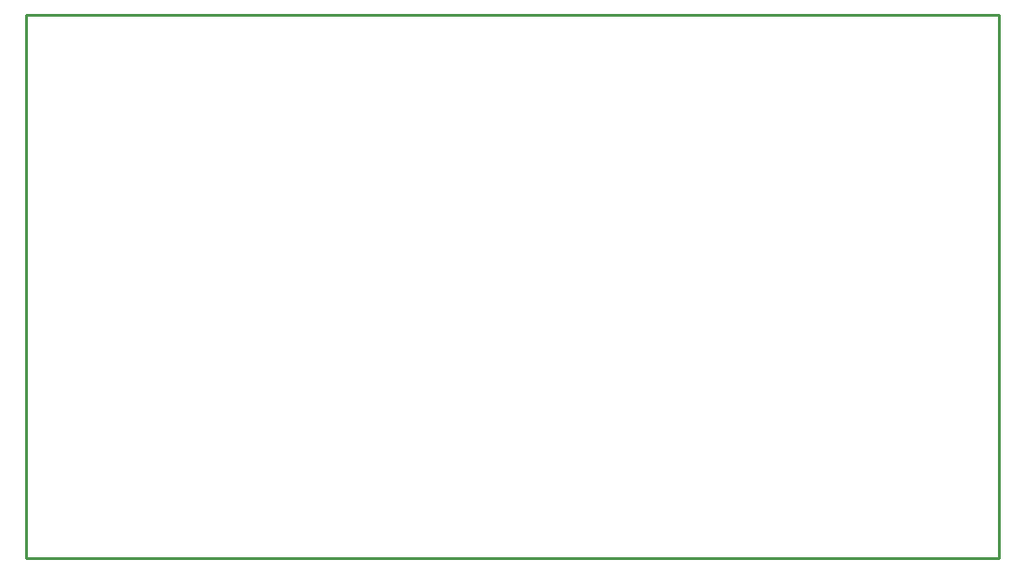
<source format=gbr>
G04 EAGLE Gerber RS-274X export*
G75*
%MOMM*%
%FSLAX34Y34*%
%LPD*%
%IN*%
%IPPOS*%
%AMOC8*
5,1,8,0,0,1.08239X$1,22.5*%
G01*
%ADD10C,0.254000*%


D10*
X0Y304800D02*
X885700Y304800D01*
X885700Y800000D01*
X0Y800000D01*
X0Y304800D01*
M02*

</source>
